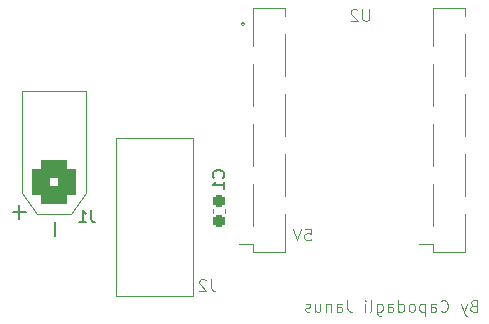
<source format=gbo>
G04 #@! TF.GenerationSoftware,KiCad,Pcbnew,9.0.2-9.0.2-0~ubuntu24.04.1*
G04 #@! TF.CreationDate,2025-06-11T11:10:21+02:00*
G04 #@! TF.ProjectId,PCB_Affichage,5043425f-4166-4666-9963-686167652e6b,rev?*
G04 #@! TF.SameCoordinates,Original*
G04 #@! TF.FileFunction,Legend,Bot*
G04 #@! TF.FilePolarity,Positive*
%FSLAX46Y46*%
G04 Gerber Fmt 4.6, Leading zero omitted, Abs format (unit mm)*
G04 Created by KiCad (PCBNEW 9.0.2-9.0.2-0~ubuntu24.04.1) date 2025-06-11 11:10:21*
%MOMM*%
%LPD*%
G01*
G04 APERTURE LIST*
G04 Aperture macros list*
%AMRoundRect*
0 Rectangle with rounded corners*
0 $1 Rounding radius*
0 $2 $3 $4 $5 $6 $7 $8 $9 X,Y pos of 4 corners*
0 Add a 4 corners polygon primitive as box body*
4,1,4,$2,$3,$4,$5,$6,$7,$8,$9,$2,$3,0*
0 Add four circle primitives for the rounded corners*
1,1,$1+$1,$2,$3*
1,1,$1+$1,$4,$5*
1,1,$1+$1,$6,$7*
1,1,$1+$1,$8,$9*
0 Add four rect primitives between the rounded corners*
20,1,$1+$1,$2,$3,$4,$5,0*
20,1,$1+$1,$4,$5,$6,$7,0*
20,1,$1+$1,$6,$7,$8,$9,0*
20,1,$1+$1,$8,$9,$2,$3,0*%
G04 Aperture macros list end*
%ADD10C,0.100000*%
%ADD11C,0.150000*%
%ADD12C,0.120000*%
%ADD13R,1.900000X1.000000*%
%ADD14C,3.000000*%
%ADD15RoundRect,0.760000X1.140000X-1.140000X1.140000X1.140000X-1.140000X1.140000X-1.140000X-1.140000X0*%
%ADD16C,4.000000*%
%ADD17RoundRect,0.237500X0.237500X-0.300000X0.237500X0.300000X-0.237500X0.300000X-0.237500X-0.300000X0*%
G04 APERTURE END LIST*
D10*
X126612782Y-72328609D02*
X126469925Y-72376228D01*
X126469925Y-72376228D02*
X126422306Y-72423847D01*
X126422306Y-72423847D02*
X126374687Y-72519085D01*
X126374687Y-72519085D02*
X126374687Y-72661942D01*
X126374687Y-72661942D02*
X126422306Y-72757180D01*
X126422306Y-72757180D02*
X126469925Y-72804800D01*
X126469925Y-72804800D02*
X126565163Y-72852419D01*
X126565163Y-72852419D02*
X126946115Y-72852419D01*
X126946115Y-72852419D02*
X126946115Y-71852419D01*
X126946115Y-71852419D02*
X126612782Y-71852419D01*
X126612782Y-71852419D02*
X126517544Y-71900038D01*
X126517544Y-71900038D02*
X126469925Y-71947657D01*
X126469925Y-71947657D02*
X126422306Y-72042895D01*
X126422306Y-72042895D02*
X126422306Y-72138133D01*
X126422306Y-72138133D02*
X126469925Y-72233371D01*
X126469925Y-72233371D02*
X126517544Y-72280990D01*
X126517544Y-72280990D02*
X126612782Y-72328609D01*
X126612782Y-72328609D02*
X126946115Y-72328609D01*
X126041353Y-72185752D02*
X125803258Y-72852419D01*
X125565163Y-72185752D02*
X125803258Y-72852419D01*
X125803258Y-72852419D02*
X125898496Y-73090514D01*
X125898496Y-73090514D02*
X125946115Y-73138133D01*
X125946115Y-73138133D02*
X126041353Y-73185752D01*
X123850877Y-72757180D02*
X123898496Y-72804800D01*
X123898496Y-72804800D02*
X124041353Y-72852419D01*
X124041353Y-72852419D02*
X124136591Y-72852419D01*
X124136591Y-72852419D02*
X124279448Y-72804800D01*
X124279448Y-72804800D02*
X124374686Y-72709561D01*
X124374686Y-72709561D02*
X124422305Y-72614323D01*
X124422305Y-72614323D02*
X124469924Y-72423847D01*
X124469924Y-72423847D02*
X124469924Y-72280990D01*
X124469924Y-72280990D02*
X124422305Y-72090514D01*
X124422305Y-72090514D02*
X124374686Y-71995276D01*
X124374686Y-71995276D02*
X124279448Y-71900038D01*
X124279448Y-71900038D02*
X124136591Y-71852419D01*
X124136591Y-71852419D02*
X124041353Y-71852419D01*
X124041353Y-71852419D02*
X123898496Y-71900038D01*
X123898496Y-71900038D02*
X123850877Y-71947657D01*
X122993734Y-72852419D02*
X122993734Y-72328609D01*
X122993734Y-72328609D02*
X123041353Y-72233371D01*
X123041353Y-72233371D02*
X123136591Y-72185752D01*
X123136591Y-72185752D02*
X123327067Y-72185752D01*
X123327067Y-72185752D02*
X123422305Y-72233371D01*
X122993734Y-72804800D02*
X123088972Y-72852419D01*
X123088972Y-72852419D02*
X123327067Y-72852419D01*
X123327067Y-72852419D02*
X123422305Y-72804800D01*
X123422305Y-72804800D02*
X123469924Y-72709561D01*
X123469924Y-72709561D02*
X123469924Y-72614323D01*
X123469924Y-72614323D02*
X123422305Y-72519085D01*
X123422305Y-72519085D02*
X123327067Y-72471466D01*
X123327067Y-72471466D02*
X123088972Y-72471466D01*
X123088972Y-72471466D02*
X122993734Y-72423847D01*
X122517543Y-72185752D02*
X122517543Y-73185752D01*
X122517543Y-72233371D02*
X122422305Y-72185752D01*
X122422305Y-72185752D02*
X122231829Y-72185752D01*
X122231829Y-72185752D02*
X122136591Y-72233371D01*
X122136591Y-72233371D02*
X122088972Y-72280990D01*
X122088972Y-72280990D02*
X122041353Y-72376228D01*
X122041353Y-72376228D02*
X122041353Y-72661942D01*
X122041353Y-72661942D02*
X122088972Y-72757180D01*
X122088972Y-72757180D02*
X122136591Y-72804800D01*
X122136591Y-72804800D02*
X122231829Y-72852419D01*
X122231829Y-72852419D02*
X122422305Y-72852419D01*
X122422305Y-72852419D02*
X122517543Y-72804800D01*
X121469924Y-72852419D02*
X121565162Y-72804800D01*
X121565162Y-72804800D02*
X121612781Y-72757180D01*
X121612781Y-72757180D02*
X121660400Y-72661942D01*
X121660400Y-72661942D02*
X121660400Y-72376228D01*
X121660400Y-72376228D02*
X121612781Y-72280990D01*
X121612781Y-72280990D02*
X121565162Y-72233371D01*
X121565162Y-72233371D02*
X121469924Y-72185752D01*
X121469924Y-72185752D02*
X121327067Y-72185752D01*
X121327067Y-72185752D02*
X121231829Y-72233371D01*
X121231829Y-72233371D02*
X121184210Y-72280990D01*
X121184210Y-72280990D02*
X121136591Y-72376228D01*
X121136591Y-72376228D02*
X121136591Y-72661942D01*
X121136591Y-72661942D02*
X121184210Y-72757180D01*
X121184210Y-72757180D02*
X121231829Y-72804800D01*
X121231829Y-72804800D02*
X121327067Y-72852419D01*
X121327067Y-72852419D02*
X121469924Y-72852419D01*
X120279448Y-72852419D02*
X120279448Y-71852419D01*
X120279448Y-72804800D02*
X120374686Y-72852419D01*
X120374686Y-72852419D02*
X120565162Y-72852419D01*
X120565162Y-72852419D02*
X120660400Y-72804800D01*
X120660400Y-72804800D02*
X120708019Y-72757180D01*
X120708019Y-72757180D02*
X120755638Y-72661942D01*
X120755638Y-72661942D02*
X120755638Y-72376228D01*
X120755638Y-72376228D02*
X120708019Y-72280990D01*
X120708019Y-72280990D02*
X120660400Y-72233371D01*
X120660400Y-72233371D02*
X120565162Y-72185752D01*
X120565162Y-72185752D02*
X120374686Y-72185752D01*
X120374686Y-72185752D02*
X120279448Y-72233371D01*
X119374686Y-72852419D02*
X119374686Y-72328609D01*
X119374686Y-72328609D02*
X119422305Y-72233371D01*
X119422305Y-72233371D02*
X119517543Y-72185752D01*
X119517543Y-72185752D02*
X119708019Y-72185752D01*
X119708019Y-72185752D02*
X119803257Y-72233371D01*
X119374686Y-72804800D02*
X119469924Y-72852419D01*
X119469924Y-72852419D02*
X119708019Y-72852419D01*
X119708019Y-72852419D02*
X119803257Y-72804800D01*
X119803257Y-72804800D02*
X119850876Y-72709561D01*
X119850876Y-72709561D02*
X119850876Y-72614323D01*
X119850876Y-72614323D02*
X119803257Y-72519085D01*
X119803257Y-72519085D02*
X119708019Y-72471466D01*
X119708019Y-72471466D02*
X119469924Y-72471466D01*
X119469924Y-72471466D02*
X119374686Y-72423847D01*
X118469924Y-72185752D02*
X118469924Y-72995276D01*
X118469924Y-72995276D02*
X118517543Y-73090514D01*
X118517543Y-73090514D02*
X118565162Y-73138133D01*
X118565162Y-73138133D02*
X118660400Y-73185752D01*
X118660400Y-73185752D02*
X118803257Y-73185752D01*
X118803257Y-73185752D02*
X118898495Y-73138133D01*
X118469924Y-72804800D02*
X118565162Y-72852419D01*
X118565162Y-72852419D02*
X118755638Y-72852419D01*
X118755638Y-72852419D02*
X118850876Y-72804800D01*
X118850876Y-72804800D02*
X118898495Y-72757180D01*
X118898495Y-72757180D02*
X118946114Y-72661942D01*
X118946114Y-72661942D02*
X118946114Y-72376228D01*
X118946114Y-72376228D02*
X118898495Y-72280990D01*
X118898495Y-72280990D02*
X118850876Y-72233371D01*
X118850876Y-72233371D02*
X118755638Y-72185752D01*
X118755638Y-72185752D02*
X118565162Y-72185752D01*
X118565162Y-72185752D02*
X118469924Y-72233371D01*
X117850876Y-72852419D02*
X117946114Y-72804800D01*
X117946114Y-72804800D02*
X117993733Y-72709561D01*
X117993733Y-72709561D02*
X117993733Y-71852419D01*
X117469923Y-72852419D02*
X117469923Y-72185752D01*
X117469923Y-71852419D02*
X117517542Y-71900038D01*
X117517542Y-71900038D02*
X117469923Y-71947657D01*
X117469923Y-71947657D02*
X117422304Y-71900038D01*
X117422304Y-71900038D02*
X117469923Y-71852419D01*
X117469923Y-71852419D02*
X117469923Y-71947657D01*
X115946114Y-71852419D02*
X115946114Y-72566704D01*
X115946114Y-72566704D02*
X115993733Y-72709561D01*
X115993733Y-72709561D02*
X116088971Y-72804800D01*
X116088971Y-72804800D02*
X116231828Y-72852419D01*
X116231828Y-72852419D02*
X116327066Y-72852419D01*
X115041352Y-72852419D02*
X115041352Y-72328609D01*
X115041352Y-72328609D02*
X115088971Y-72233371D01*
X115088971Y-72233371D02*
X115184209Y-72185752D01*
X115184209Y-72185752D02*
X115374685Y-72185752D01*
X115374685Y-72185752D02*
X115469923Y-72233371D01*
X115041352Y-72804800D02*
X115136590Y-72852419D01*
X115136590Y-72852419D02*
X115374685Y-72852419D01*
X115374685Y-72852419D02*
X115469923Y-72804800D01*
X115469923Y-72804800D02*
X115517542Y-72709561D01*
X115517542Y-72709561D02*
X115517542Y-72614323D01*
X115517542Y-72614323D02*
X115469923Y-72519085D01*
X115469923Y-72519085D02*
X115374685Y-72471466D01*
X115374685Y-72471466D02*
X115136590Y-72471466D01*
X115136590Y-72471466D02*
X115041352Y-72423847D01*
X114565161Y-72185752D02*
X114565161Y-72852419D01*
X114565161Y-72280990D02*
X114517542Y-72233371D01*
X114517542Y-72233371D02*
X114422304Y-72185752D01*
X114422304Y-72185752D02*
X114279447Y-72185752D01*
X114279447Y-72185752D02*
X114184209Y-72233371D01*
X114184209Y-72233371D02*
X114136590Y-72328609D01*
X114136590Y-72328609D02*
X114136590Y-72852419D01*
X113231828Y-72185752D02*
X113231828Y-72852419D01*
X113660399Y-72185752D02*
X113660399Y-72709561D01*
X113660399Y-72709561D02*
X113612780Y-72804800D01*
X113612780Y-72804800D02*
X113517542Y-72852419D01*
X113517542Y-72852419D02*
X113374685Y-72852419D01*
X113374685Y-72852419D02*
X113279447Y-72804800D01*
X113279447Y-72804800D02*
X113231828Y-72757180D01*
X112803256Y-72804800D02*
X112708018Y-72852419D01*
X112708018Y-72852419D02*
X112517542Y-72852419D01*
X112517542Y-72852419D02*
X112422304Y-72804800D01*
X112422304Y-72804800D02*
X112374685Y-72709561D01*
X112374685Y-72709561D02*
X112374685Y-72661942D01*
X112374685Y-72661942D02*
X112422304Y-72566704D01*
X112422304Y-72566704D02*
X112517542Y-72519085D01*
X112517542Y-72519085D02*
X112660399Y-72519085D01*
X112660399Y-72519085D02*
X112755637Y-72471466D01*
X112755637Y-72471466D02*
X112803256Y-72376228D01*
X112803256Y-72376228D02*
X112803256Y-72328609D01*
X112803256Y-72328609D02*
X112755637Y-72233371D01*
X112755637Y-72233371D02*
X112660399Y-72185752D01*
X112660399Y-72185752D02*
X112517542Y-72185752D01*
X112517542Y-72185752D02*
X112422304Y-72233371D01*
X117801904Y-47227419D02*
X117801904Y-48036942D01*
X117801904Y-48036942D02*
X117754285Y-48132180D01*
X117754285Y-48132180D02*
X117706666Y-48179800D01*
X117706666Y-48179800D02*
X117611428Y-48227419D01*
X117611428Y-48227419D02*
X117420952Y-48227419D01*
X117420952Y-48227419D02*
X117325714Y-48179800D01*
X117325714Y-48179800D02*
X117278095Y-48132180D01*
X117278095Y-48132180D02*
X117230476Y-48036942D01*
X117230476Y-48036942D02*
X117230476Y-47227419D01*
X116801904Y-47322657D02*
X116754285Y-47275038D01*
X116754285Y-47275038D02*
X116659047Y-47227419D01*
X116659047Y-47227419D02*
X116420952Y-47227419D01*
X116420952Y-47227419D02*
X116325714Y-47275038D01*
X116325714Y-47275038D02*
X116278095Y-47322657D01*
X116278095Y-47322657D02*
X116230476Y-47417895D01*
X116230476Y-47417895D02*
X116230476Y-47513133D01*
X116230476Y-47513133D02*
X116278095Y-47655990D01*
X116278095Y-47655990D02*
X116849523Y-48227419D01*
X116849523Y-48227419D02*
X116230476Y-48227419D01*
X112359925Y-65812419D02*
X112836115Y-65812419D01*
X112836115Y-65812419D02*
X112883734Y-66288609D01*
X112883734Y-66288609D02*
X112836115Y-66240990D01*
X112836115Y-66240990D02*
X112740877Y-66193371D01*
X112740877Y-66193371D02*
X112502782Y-66193371D01*
X112502782Y-66193371D02*
X112407544Y-66240990D01*
X112407544Y-66240990D02*
X112359925Y-66288609D01*
X112359925Y-66288609D02*
X112312306Y-66383847D01*
X112312306Y-66383847D02*
X112312306Y-66621942D01*
X112312306Y-66621942D02*
X112359925Y-66717180D01*
X112359925Y-66717180D02*
X112407544Y-66764800D01*
X112407544Y-66764800D02*
X112502782Y-66812419D01*
X112502782Y-66812419D02*
X112740877Y-66812419D01*
X112740877Y-66812419D02*
X112836115Y-66764800D01*
X112836115Y-66764800D02*
X112883734Y-66717180D01*
X112026591Y-65812419D02*
X111693258Y-66812419D01*
X111693258Y-66812419D02*
X111359925Y-65812419D01*
X104403333Y-70107419D02*
X104403333Y-70821704D01*
X104403333Y-70821704D02*
X104450952Y-70964561D01*
X104450952Y-70964561D02*
X104546190Y-71059800D01*
X104546190Y-71059800D02*
X104689047Y-71107419D01*
X104689047Y-71107419D02*
X104784285Y-71107419D01*
X103974761Y-70202657D02*
X103927142Y-70155038D01*
X103927142Y-70155038D02*
X103831904Y-70107419D01*
X103831904Y-70107419D02*
X103593809Y-70107419D01*
X103593809Y-70107419D02*
X103498571Y-70155038D01*
X103498571Y-70155038D02*
X103450952Y-70202657D01*
X103450952Y-70202657D02*
X103403333Y-70297895D01*
X103403333Y-70297895D02*
X103403333Y-70393133D01*
X103403333Y-70393133D02*
X103450952Y-70535990D01*
X103450952Y-70535990D02*
X104022380Y-71107419D01*
X104022380Y-71107419D02*
X103403333Y-71107419D01*
D11*
X94243333Y-64274819D02*
X94243333Y-64989104D01*
X94243333Y-64989104D02*
X94290952Y-65131961D01*
X94290952Y-65131961D02*
X94386190Y-65227200D01*
X94386190Y-65227200D02*
X94529047Y-65274819D01*
X94529047Y-65274819D02*
X94624285Y-65274819D01*
X93243333Y-65274819D02*
X93814761Y-65274819D01*
X93529047Y-65274819D02*
X93529047Y-64274819D01*
X93529047Y-64274819D02*
X93624285Y-64417676D01*
X93624285Y-64417676D02*
X93719523Y-64512914D01*
X93719523Y-64512914D02*
X93814761Y-64560533D01*
X91214700Y-65258571D02*
X91214700Y-66401429D01*
X88174700Y-63838571D02*
X88174700Y-64981429D01*
X88746128Y-64410000D02*
X87603271Y-64410000D01*
X105449580Y-61493333D02*
X105497200Y-61445714D01*
X105497200Y-61445714D02*
X105544819Y-61302857D01*
X105544819Y-61302857D02*
X105544819Y-61207619D01*
X105544819Y-61207619D02*
X105497200Y-61064762D01*
X105497200Y-61064762D02*
X105401961Y-60969524D01*
X105401961Y-60969524D02*
X105306723Y-60921905D01*
X105306723Y-60921905D02*
X105116247Y-60874286D01*
X105116247Y-60874286D02*
X104973390Y-60874286D01*
X104973390Y-60874286D02*
X104782914Y-60921905D01*
X104782914Y-60921905D02*
X104687676Y-60969524D01*
X104687676Y-60969524D02*
X104592438Y-61064762D01*
X104592438Y-61064762D02*
X104544819Y-61207619D01*
X104544819Y-61207619D02*
X104544819Y-61302857D01*
X104544819Y-61302857D02*
X104592438Y-61445714D01*
X104592438Y-61445714D02*
X104640057Y-61493333D01*
X105544819Y-62445714D02*
X105544819Y-61874286D01*
X105544819Y-62160000D02*
X104544819Y-62160000D01*
X104544819Y-62160000D02*
X104687676Y-62064762D01*
X104687676Y-62064762D02*
X104782914Y-61969524D01*
X104782914Y-61969524D02*
X104830533Y-61874286D01*
D12*
X106775000Y-67135000D02*
X107985000Y-67135000D01*
X107985000Y-47165000D02*
X110645000Y-47165000D01*
X107985000Y-50375000D02*
X107985000Y-47165000D01*
X107985000Y-55455000D02*
X107985000Y-51895000D01*
X107985000Y-60535000D02*
X107985000Y-56975000D01*
X107985000Y-65615000D02*
X107985000Y-62055000D01*
X107985000Y-67805000D02*
X107985000Y-67135000D01*
X107985000Y-67805000D02*
X110645000Y-67805000D01*
X110645000Y-47835000D02*
X110645000Y-47165000D01*
X110645000Y-52915000D02*
X110645000Y-49355000D01*
X110645000Y-57995000D02*
X110645000Y-54435000D01*
X110645000Y-63075000D02*
X110645000Y-59515000D01*
X110645000Y-67805000D02*
X110645000Y-64595000D01*
X122015000Y-67140000D02*
X123225000Y-67140000D01*
X123225000Y-47170000D02*
X125885000Y-47170000D01*
X123225000Y-50380000D02*
X123225000Y-47170000D01*
X123225000Y-55460000D02*
X123225000Y-51900000D01*
X123225000Y-60540000D02*
X123225000Y-56980000D01*
X123225000Y-65620000D02*
X123225000Y-62060000D01*
X123225000Y-67810000D02*
X123225000Y-67140000D01*
X123225000Y-67810000D02*
X125885000Y-67810000D01*
X125885000Y-47840000D02*
X125885000Y-47170000D01*
X125885000Y-52920000D02*
X125885000Y-49360000D01*
X125885000Y-58000000D02*
X125885000Y-54440000D01*
X125885000Y-63080000D02*
X125885000Y-59520000D01*
X125885000Y-67810000D02*
X125885000Y-64600000D01*
D10*
X107165000Y-48470000D02*
G75*
G02*
X107065000Y-48470000I-50000J0D01*
G01*
X107065000Y-48470000D02*
G75*
G02*
X107165000Y-48470000I50000J0D01*
G01*
X107265000Y-48470000D02*
G75*
G02*
X106965000Y-48470000I-150000J0D01*
G01*
X106965000Y-48470000D02*
G75*
G02*
X107265000Y-48470000I150000J0D01*
G01*
X102840000Y-71490000D02*
X96380000Y-71490000D01*
X96380000Y-58130000D01*
X102840000Y-58130000D01*
X102840000Y-71490000D01*
D12*
X88390000Y-62840000D02*
X88390000Y-54120000D01*
X89690000Y-64540000D02*
X88390000Y-62840000D01*
X92510000Y-64540000D02*
X89690000Y-64540000D01*
X92510000Y-64540000D02*
X93810000Y-62840000D01*
X93810000Y-54120000D02*
X88390000Y-54120000D01*
X93810000Y-62840000D02*
X93810000Y-54120000D01*
X104580000Y-64486267D02*
X104580000Y-64193733D01*
X105600000Y-64486267D02*
X105600000Y-64193733D01*
%LPC*%
D13*
X110965000Y-48595000D03*
X107665000Y-51135000D03*
X110965000Y-53675000D03*
X107665000Y-56215000D03*
X110965000Y-58755000D03*
X107665000Y-61295000D03*
X110965000Y-63835000D03*
X107665000Y-66375000D03*
X122905000Y-66380000D03*
X126205000Y-63840000D03*
X122905000Y-61300000D03*
X126205000Y-58760000D03*
X122905000Y-56220000D03*
X126205000Y-53680000D03*
X122905000Y-51140000D03*
X126205000Y-48600000D03*
D14*
X99610000Y-68260000D03*
X99610000Y-64760000D03*
X99610000Y-61260000D03*
D15*
X91100000Y-61830000D03*
D16*
X91100000Y-56830000D03*
D17*
X105090000Y-65202500D03*
X105090000Y-63477500D03*
%LPD*%
M02*

</source>
